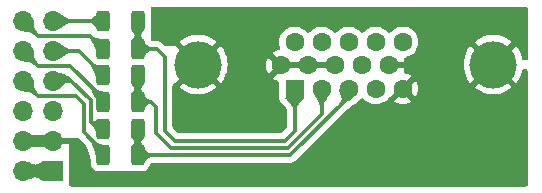
<source format=gbr>
%TF.GenerationSoftware,KiCad,Pcbnew,7.0.10*%
%TF.CreationDate,2024-02-19T15:37:38+07:00*%
%TF.ProjectId,PMOD2VGA,504d4f44-3256-4474-912e-6b696361645f,rev?*%
%TF.SameCoordinates,PX8c6db50PY50d2eb0*%
%TF.FileFunction,Copper,L1,Top*%
%TF.FilePolarity,Positive*%
%FSLAX46Y46*%
G04 Gerber Fmt 4.6, Leading zero omitted, Abs format (unit mm)*
G04 Created by KiCad (PCBNEW 7.0.10) date 2024-02-19 15:37:38*
%MOMM*%
%LPD*%
G01*
G04 APERTURE LIST*
G04 Aperture macros list*
%AMRoundRect*
0 Rectangle with rounded corners*
0 $1 Rounding radius*
0 $2 $3 $4 $5 $6 $7 $8 $9 X,Y pos of 4 corners*
0 Add a 4 corners polygon primitive as box body*
4,1,4,$2,$3,$4,$5,$6,$7,$8,$9,$2,$3,0*
0 Add four circle primitives for the rounded corners*
1,1,$1+$1,$2,$3*
1,1,$1+$1,$4,$5*
1,1,$1+$1,$6,$7*
1,1,$1+$1,$8,$9*
0 Add four rect primitives between the rounded corners*
20,1,$1+$1,$2,$3,$4,$5,0*
20,1,$1+$1,$4,$5,$6,$7,0*
20,1,$1+$1,$6,$7,$8,$9,0*
20,1,$1+$1,$8,$9,$2,$3,0*%
G04 Aperture macros list end*
%TA.AperFunction,SMDPad,CuDef*%
%ADD10RoundRect,0.250000X-0.312500X-0.625000X0.312500X-0.625000X0.312500X0.625000X-0.312500X0.625000X0*%
%TD*%
%TA.AperFunction,ComponentPad*%
%ADD11C,4.000000*%
%TD*%
%TA.AperFunction,ComponentPad*%
%ADD12R,1.600000X1.600000*%
%TD*%
%TA.AperFunction,ComponentPad*%
%ADD13C,1.600000*%
%TD*%
%TA.AperFunction,ComponentPad*%
%ADD14R,1.700000X1.700000*%
%TD*%
%TA.AperFunction,ComponentPad*%
%ADD15O,1.700000X1.700000*%
%TD*%
%TA.AperFunction,ViaPad*%
%ADD16C,1.000000*%
%TD*%
%TA.AperFunction,Conductor*%
%ADD17C,1.000000*%
%TD*%
%TA.AperFunction,Conductor*%
%ADD18C,0.500000*%
%TD*%
%TA.AperFunction,Conductor*%
%ADD19C,0.300000*%
%TD*%
G04 APERTURE END LIST*
D10*
%TO.P,R5,1*%
%TO.N,BLUE_1*%
X10787500Y5420000D03*
%TO.P,R5,2*%
%TO.N,Net-(J2-Pad3)*%
X13712500Y5420000D03*
%TD*%
%TO.P,R3,1*%
%TO.N,GREEN_1*%
X10787500Y9920000D03*
%TO.P,R3,2*%
%TO.N,Net-(J2-Pad2)*%
X13712500Y9920000D03*
%TD*%
%TO.P,R2,1*%
%TO.N,RED_0*%
X10787500Y12170000D03*
%TO.P,R2,2*%
%TO.N,Net-(J2-Pad1)*%
X13712500Y12170000D03*
%TD*%
%TO.P,R4,1*%
%TO.N,GREEN_0*%
X10787500Y7670000D03*
%TO.P,R4,2*%
%TO.N,Net-(J2-Pad2)*%
X13712500Y7670000D03*
%TD*%
D11*
%TO.P,J2,0*%
%TO.N,GND*%
X43815000Y10840000D03*
X18815000Y10840000D03*
D12*
%TO.P,J2,1*%
%TO.N,Net-(J2-Pad1)*%
X27000000Y8790000D03*
D13*
%TO.P,J2,2*%
%TO.N,Net-(J2-Pad2)*%
X29290000Y8790000D03*
%TO.P,J2,3*%
%TO.N,Net-(J2-Pad3)*%
X31580000Y8790000D03*
%TO.P,J2,4*%
%TO.N,unconnected-(J2-Pad4)*%
X33870000Y8790000D03*
%TO.P,J2,5*%
%TO.N,GND*%
X36160000Y8790000D03*
%TO.P,J2,6*%
X25855000Y10770000D03*
%TO.P,J2,7*%
X28145000Y10770000D03*
%TO.P,J2,8*%
X30435000Y10770000D03*
%TO.P,J2,9*%
%TO.N,unconnected-(J2-Pad9)*%
X32725000Y10770000D03*
%TO.P,J2,10*%
%TO.N,GND*%
X35015000Y10770000D03*
%TO.P,J2,11*%
%TO.N,unconnected-(J2-Pad11)*%
X27000000Y12750000D03*
%TO.P,J2,12*%
%TO.N,unconnected-(J2-Pad12)*%
X29290000Y12750000D03*
%TO.P,J2,13*%
%TO.N,Hsync*%
X31580000Y12750000D03*
%TO.P,J2,14*%
%TO.N,Vsync*%
X33870000Y12750000D03*
%TO.P,J2,15*%
%TO.N,unconnected-(J2-Pad15)*%
X36160000Y12750000D03*
%TD*%
D10*
%TO.P,R1,1*%
%TO.N,RED_1*%
X10787500Y14500000D03*
%TO.P,R1,2*%
%TO.N,Net-(J2-Pad1)*%
X13712500Y14500000D03*
%TD*%
D14*
%TO.P,J1,1,Pin_1*%
%TO.N,+3.3V*%
X6540000Y1840000D03*
D15*
%TO.P,J1,2,Pin_2*%
X4000000Y1840000D03*
%TO.P,J1,3,Pin_3*%
%TO.N,GND*%
X6540000Y4380000D03*
%TO.P,J1,4,Pin_4*%
X4000000Y4380000D03*
%TO.P,J1,5,Pin_5*%
%TO.N,Hsync*%
X6540000Y6920000D03*
%TO.P,J1,6,Pin_6*%
%TO.N,Vsync*%
X4000000Y6920000D03*
%TO.P,J1,7,Pin_7*%
%TO.N,BLUE_1*%
X6540000Y9460000D03*
%TO.P,J1,8,Pin_8*%
%TO.N,BLUE_0*%
X4000000Y9460000D03*
%TO.P,J1,9,Pin_9*%
%TO.N,GREEN_1*%
X6540000Y12000000D03*
%TO.P,J1,10,Pin_10*%
%TO.N,GREEN_0*%
X4000000Y12000000D03*
%TO.P,J1,11,Pin_11*%
%TO.N,RED_1*%
X6540000Y14540000D03*
%TO.P,J1,12,Pin_12*%
%TO.N,RED_0*%
X4000000Y14540000D03*
%TD*%
D10*
%TO.P,R6,1*%
%TO.N,BLUE_0*%
X10787500Y3170000D03*
%TO.P,R6,2*%
%TO.N,Net-(J2-Pad3)*%
X13712500Y3170000D03*
%TD*%
D16*
%TO.N,GND*%
X15000000Y1250000D03*
X46000000Y3500000D03*
X29000000Y1250000D03*
X26250000Y1250000D03*
X34750000Y1250000D03*
X21750000Y5750000D03*
X43250000Y1250000D03*
X23250000Y1250000D03*
X23750000Y5750000D03*
X19750000Y5750000D03*
X46000000Y5750000D03*
X17750000Y5750000D03*
X40250000Y1250000D03*
X46000000Y1250000D03*
X20750000Y1250000D03*
X37500000Y1250000D03*
X31750000Y1250000D03*
X25750000Y5750000D03*
X18000000Y1250000D03*
%TD*%
D17*
%TO.N,+3.3V*%
X4000000Y1840000D02*
X6540000Y1840000D01*
D18*
%TO.N,GND*%
X30435000Y10770000D02*
X25855000Y10770000D01*
X35015000Y10770000D02*
X37250000Y10770000D01*
D17*
X4000000Y4380000D02*
X6540000Y4380000D01*
D19*
%TO.N,BLUE_1*%
X10330000Y5420000D02*
X9750000Y6000000D01*
X9750000Y7800000D02*
X8090000Y9460000D01*
X10787500Y5420000D02*
X10330000Y5420000D01*
X8090000Y9460000D02*
X6540000Y9460000D01*
X9750000Y6000000D02*
X9750000Y7800000D01*
%TO.N,BLUE_0*%
X9150000Y7500000D02*
X8450000Y8200000D01*
X9150000Y5100000D02*
X9150000Y7500000D01*
X10787500Y3462500D02*
X9150000Y5100000D01*
X10787500Y3170000D02*
X10787500Y3462500D01*
X8450000Y8200000D02*
X5260000Y8200000D01*
X5260000Y8200000D02*
X4000000Y9460000D01*
%TO.N,GREEN_1*%
X10787500Y9920000D02*
X8707500Y12000000D01*
X8707500Y12000000D02*
X6540000Y12000000D01*
%TO.N,GREEN_0*%
X5250000Y10750000D02*
X8000000Y10750000D01*
X4000000Y12000000D02*
X5250000Y10750000D01*
X10787500Y7962500D02*
X10787500Y7670000D01*
X8000000Y10750000D02*
X10787500Y7962500D01*
%TO.N,RED_1*%
X6540000Y14540000D02*
X10747500Y14540000D01*
X10747500Y14540000D02*
X10787500Y14500000D01*
%TO.N,RED_0*%
X5290000Y13250000D02*
X4000000Y14540000D01*
X9707500Y13250000D02*
X5290000Y13250000D01*
X10787500Y12170000D02*
X9707500Y13250000D01*
%TO.N,Net-(J2-Pad1)*%
X13712500Y12170000D02*
X15330000Y12170000D01*
X16000000Y11500000D02*
X16000000Y5250000D01*
X27000000Y5250000D02*
X27000000Y8790000D01*
X16000000Y5250000D02*
X16850000Y4400000D01*
X13712500Y14500000D02*
X13712500Y12170000D01*
X16850000Y4400000D02*
X26150000Y4400000D01*
X15330000Y12170000D02*
X16000000Y11500000D01*
X26150000Y4400000D02*
X27000000Y5250000D01*
%TO.N,Net-(J2-Pad2)*%
X14830000Y7670000D02*
X13712500Y7670000D01*
X13712500Y9920000D02*
X13712500Y7670000D01*
X29290000Y8790000D02*
X29290000Y6690000D01*
X16500000Y3800000D02*
X15250000Y5050000D01*
X15250000Y5050000D02*
X15250000Y7250000D01*
X26400000Y3800000D02*
X16500000Y3800000D01*
X15250000Y7250000D02*
X14830000Y7670000D01*
X29290000Y6690000D02*
X26400000Y3800000D01*
%TO.N,Net-(J2-Pad3)*%
X26620000Y3170000D02*
X31580000Y8130000D01*
X13712500Y3170000D02*
X26620000Y3170000D01*
X13712500Y5420000D02*
X13712500Y3170000D01*
X31580000Y8130000D02*
X31580000Y8790000D01*
%TD*%
%TA.AperFunction,Conductor*%
%TO.N,GREEN_1*%
G36*
X9941137Y10981664D02*
G01*
X10010772Y10940260D01*
X10010773Y10940260D01*
X10010786Y10940252D01*
X10088254Y10900174D01*
X10165721Y10866082D01*
X10165726Y10866080D01*
X10165734Y10866077D01*
X10212491Y10849112D01*
X10243189Y10837973D01*
X10281981Y10826895D01*
X10320648Y10815852D01*
X10320655Y10815851D01*
X10320657Y10815850D01*
X10398124Y10799711D01*
X10475592Y10789556D01*
X10553059Y10785386D01*
X10627209Y10787124D01*
X10630529Y10787201D01*
X10646729Y10788833D01*
X10696249Y10793818D01*
X10704823Y10791237D01*
X10709061Y10783349D01*
X10709071Y10783244D01*
X10787419Y9927886D01*
X10784761Y9919335D01*
X10780229Y9916003D01*
X10236232Y9691638D01*
X10227277Y9691651D01*
X10220955Y9697993D01*
X10220803Y9698380D01*
X10174618Y9823567D01*
X10174616Y9823572D01*
X10174598Y9823621D01*
X10143237Y9904773D01*
X10124237Y9953941D01*
X10073856Y10078127D01*
X10073848Y10078147D01*
X10023482Y10196108D01*
X9973087Y10307950D01*
X9922719Y10413547D01*
X9922712Y10413561D01*
X9872330Y10512997D01*
X9821949Y10606246D01*
X9771568Y10693308D01*
X9726099Y10766295D01*
X9724634Y10775128D01*
X9727756Y10780751D01*
X9926886Y10979881D01*
X9935158Y10983307D01*
X9941137Y10981664D01*
G37*
%TD.AperFunction*%
%TD*%
%TA.AperFunction,Conductor*%
%TO.N,Net-(J2-Pad2)*%
G36*
X14282871Y8221531D02*
G01*
X14283226Y8221158D01*
X14341636Y8156941D01*
X14408273Y8089750D01*
X14474910Y8028630D01*
X14522507Y7989309D01*
X14541549Y7973578D01*
X14608177Y7924606D01*
X14608184Y7924601D01*
X14674821Y7881693D01*
X14674829Y7881688D01*
X14741462Y7844852D01*
X14741473Y7844846D01*
X14808084Y7814091D01*
X14808095Y7814087D01*
X14874732Y7789389D01*
X14922094Y7776150D01*
X14929138Y7770624D01*
X14930211Y7761733D01*
X14927216Y7756610D01*
X14730510Y7559904D01*
X14727646Y7557802D01*
X14683815Y7534950D01*
X14638387Y7506450D01*
X14638386Y7506449D01*
X14592968Y7473145D01*
X14547532Y7435010D01*
X14502125Y7392088D01*
X14502118Y7392080D01*
X14456698Y7344333D01*
X14411260Y7291751D01*
X14365852Y7234392D01*
X14320416Y7172183D01*
X14282961Y7116932D01*
X14275483Y7112007D01*
X14266712Y7113813D01*
X14264987Y7115241D01*
X13720059Y7662407D01*
X13716649Y7670687D01*
X13720092Y7678952D01*
X14266326Y8221586D01*
X14274610Y8224985D01*
X14282871Y8221531D01*
G37*
%TD.AperFunction*%
%TD*%
%TA.AperFunction,Conductor*%
%TO.N,BLUE_0*%
G36*
X4782942Y9780602D02*
G01*
X4789267Y9774263D01*
X4789456Y9773774D01*
X4855705Y9590471D01*
X4856033Y9589408D01*
X4899419Y9420717D01*
X4899624Y9419757D01*
X4924774Y9271275D01*
X4924861Y9270665D01*
X4940318Y9136975D01*
X4940318Y9136971D01*
X4954600Y9013083D01*
X4976254Y8894105D01*
X4976254Y8894104D01*
X5013853Y8774891D01*
X5075986Y8650242D01*
X5171211Y8515016D01*
X5171216Y8515010D01*
X5171222Y8515002D01*
X5233653Y8446146D01*
X5300663Y8372239D01*
X5303681Y8363808D01*
X5300268Y8356107D01*
X5103893Y8159732D01*
X5095620Y8156305D01*
X5087761Y8159337D01*
X5070295Y8175173D01*
X4944998Y8288778D01*
X4944990Y8288784D01*
X4944984Y8288789D01*
X4809758Y8384014D01*
X4685109Y8446147D01*
X4565895Y8483746D01*
X4446917Y8505400D01*
X4323028Y8519682D01*
X4323026Y8519683D01*
X4323025Y8519682D01*
X4189335Y8535139D01*
X4188725Y8535226D01*
X4040243Y8560376D01*
X4039283Y8560581D01*
X3870592Y8603967D01*
X3869529Y8604295D01*
X3686226Y8670544D01*
X3679610Y8676578D01*
X3679200Y8685524D01*
X3679377Y8685984D01*
X3997438Y9456217D01*
X4003759Y9462552D01*
X4773988Y9780611D01*
X4782942Y9780602D01*
G37*
%TD.AperFunction*%
%TD*%
%TA.AperFunction,Conductor*%
%TO.N,BLUE_0*%
G36*
X10006740Y4456739D02*
G01*
X10081907Y4393913D01*
X10081921Y4393902D01*
X10081926Y4393898D01*
X10165322Y4330381D01*
X10248718Y4273052D01*
X10332113Y4221911D01*
X10415509Y4176957D01*
X10498905Y4138191D01*
X10582300Y4105612D01*
X10665696Y4079221D01*
X10749092Y4059017D01*
X10749103Y4059016D01*
X10749118Y4059012D01*
X10796653Y4051023D01*
X10822215Y4046727D01*
X10829806Y4041977D01*
X10831961Y4034598D01*
X10788610Y3177281D01*
X10784770Y3169192D01*
X10780618Y3166770D01*
X10236613Y2985828D01*
X10227681Y2986469D01*
X10221818Y2993237D01*
X10221670Y2993718D01*
X10181139Y3136760D01*
X10169180Y3177281D01*
X10137299Y3285300D01*
X10137279Y3285366D01*
X10093419Y3427785D01*
X10049559Y3564017D01*
X10005699Y3694061D01*
X9961839Y3817918D01*
X9917979Y3935587D01*
X9874119Y4047069D01*
X9836162Y4138191D01*
X9830265Y4152349D01*
X9819375Y4176955D01*
X9789644Y4244135D01*
X9789430Y4253086D01*
X9792069Y4257140D01*
X9990965Y4456036D01*
X9999237Y4459462D01*
X10006740Y4456739D01*
G37*
%TD.AperFunction*%
%TD*%
%TA.AperFunction,Conductor*%
%TO.N,RED_0*%
G36*
X9941137Y13231664D02*
G01*
X10010772Y13190260D01*
X10010773Y13190260D01*
X10010786Y13190252D01*
X10088254Y13150174D01*
X10165721Y13116082D01*
X10165726Y13116080D01*
X10165734Y13116077D01*
X10212491Y13099112D01*
X10243189Y13087973D01*
X10281981Y13076895D01*
X10320648Y13065852D01*
X10320655Y13065851D01*
X10320657Y13065850D01*
X10398124Y13049711D01*
X10475592Y13039556D01*
X10553059Y13035386D01*
X10627209Y13037124D01*
X10630529Y13037201D01*
X10646729Y13038833D01*
X10696249Y13043818D01*
X10704823Y13041237D01*
X10709061Y13033349D01*
X10709071Y13033244D01*
X10787419Y12177886D01*
X10784761Y12169335D01*
X10780229Y12166003D01*
X10236232Y11941638D01*
X10227277Y11941651D01*
X10220955Y11947993D01*
X10220803Y11948380D01*
X10174618Y12073567D01*
X10174616Y12073572D01*
X10174598Y12073621D01*
X10143237Y12154773D01*
X10124237Y12203941D01*
X10073856Y12328127D01*
X10073848Y12328147D01*
X10023482Y12446108D01*
X9973087Y12557950D01*
X9922719Y12663547D01*
X9922712Y12663561D01*
X9872330Y12762997D01*
X9821949Y12856246D01*
X9771568Y12943308D01*
X9726099Y13016295D01*
X9724634Y13025128D01*
X9727756Y13030751D01*
X9926886Y13229881D01*
X9935158Y13233307D01*
X9941137Y13231664D01*
G37*
%TD.AperFunction*%
%TD*%
%TA.AperFunction,Conductor*%
%TO.N,+3.3V*%
G36*
X4336073Y2620835D02*
G01*
X4502420Y2552029D01*
X4649909Y2492468D01*
X4775559Y2445202D01*
X4887185Y2408819D01*
X4992589Y2381911D01*
X4992587Y2381911D01*
X4992594Y2381910D01*
X4992601Y2381908D01*
X5099619Y2363056D01*
X5216055Y2350851D01*
X5349721Y2343882D01*
X5508431Y2340735D01*
X5688345Y2340045D01*
X5696605Y2336586D01*
X5700000Y2328345D01*
X5700000Y1351656D01*
X5696573Y1343383D01*
X5688345Y1339956D01*
X5508444Y1339267D01*
X5349707Y1336120D01*
X5216064Y1329151D01*
X5216045Y1329150D01*
X5099634Y1316948D01*
X5099627Y1316947D01*
X5099624Y1316947D01*
X5099619Y1316946D01*
X5036983Y1305913D01*
X4992588Y1298092D01*
X4887190Y1271184D01*
X4887185Y1271183D01*
X4775565Y1234803D01*
X4649914Y1187536D01*
X4502439Y1127980D01*
X4336075Y1059167D01*
X4327120Y1059172D01*
X4320799Y1065489D01*
X4000864Y1835512D01*
X4000856Y1844466D01*
X4000865Y1844489D01*
X4320799Y2614513D01*
X4327137Y2620836D01*
X4336073Y2620835D01*
G37*
%TD.AperFunction*%
%TD*%
%TA.AperFunction,Conductor*%
%TO.N,GREEN_1*%
G36*
X6875879Y12780314D02*
G01*
X6876352Y12780106D01*
X7052830Y12697327D01*
X7053799Y12696815D01*
X7203778Y12608201D01*
X7204586Y12607677D01*
X7327364Y12520465D01*
X7327857Y12520095D01*
X7433319Y12436493D01*
X7433318Y12436493D01*
X7433322Y12436491D01*
X7531005Y12359000D01*
X7531017Y12358992D01*
X7531025Y12358985D01*
X7630460Y12290171D01*
X7741350Y12232458D01*
X7873419Y12188253D01*
X8036394Y12159965D01*
X8228872Y12150545D01*
X8236968Y12146718D01*
X8240000Y12138859D01*
X8240000Y11861142D01*
X8236573Y11852869D01*
X8228872Y11849456D01*
X8051414Y11840772D01*
X8036394Y11840036D01*
X7873419Y11811748D01*
X7806975Y11789509D01*
X7741352Y11767544D01*
X7630458Y11709829D01*
X7531023Y11641015D01*
X7531005Y11641002D01*
X7433322Y11563512D01*
X7433319Y11563509D01*
X7327857Y11479907D01*
X7327364Y11479537D01*
X7204593Y11392330D01*
X7203770Y11391796D01*
X7053806Y11303191D01*
X7052823Y11302671D01*
X6876359Y11219899D01*
X6867413Y11219489D01*
X6860797Y11225523D01*
X6860594Y11225981D01*
X6540864Y11995512D01*
X6540856Y12004466D01*
X6540865Y12004489D01*
X6605463Y12159965D01*
X6860586Y12774000D01*
X6866924Y12780323D01*
X6875879Y12780314D01*
G37*
%TD.AperFunction*%
%TD*%
%TA.AperFunction,Conductor*%
%TO.N,Net-(J2-Pad1)*%
G36*
X13719538Y14490898D02*
G01*
X13721846Y14488590D01*
X14250195Y13786997D01*
X14252435Y13778327D01*
X14249578Y13772168D01*
X14216622Y13735245D01*
X14177271Y13685022D01*
X14177267Y13685016D01*
X14137945Y13628702D01*
X14137934Y13628686D01*
X14137928Y13628676D01*
X14098581Y13566192D01*
X14098576Y13566183D01*
X14059230Y13497568D01*
X14019886Y13422824D01*
X13980549Y13341963D01*
X13941191Y13254923D01*
X13901846Y13161779D01*
X13865428Y13069889D01*
X13859194Y13063461D01*
X13854551Y13062500D01*
X13570449Y13062500D01*
X13562176Y13065927D01*
X13559572Y13069889D01*
X13523153Y13161779D01*
X13514300Y13182737D01*
X13483805Y13254929D01*
X13444458Y13341944D01*
X13405111Y13422826D01*
X13365765Y13497575D01*
X13326418Y13566192D01*
X13287071Y13628676D01*
X13247724Y13685026D01*
X13208377Y13735244D01*
X13175420Y13772169D01*
X13172469Y13780622D01*
X13174803Y13786996D01*
X13703154Y14488591D01*
X13710868Y14493138D01*
X13719538Y14490898D01*
G37*
%TD.AperFunction*%
%TD*%
%TA.AperFunction,Conductor*%
%TO.N,BLUE_1*%
G36*
X7073686Y10162807D02*
G01*
X7143920Y10137289D01*
X7249595Y10098893D01*
X7399797Y10046921D01*
X7530889Y10000325D01*
X7531272Y10000180D01*
X7649862Y9952416D01*
X7650641Y9952068D01*
X7763632Y9896521D01*
X7764559Y9896011D01*
X7878980Y9825988D01*
X7879845Y9825404D01*
X8002667Y9734153D01*
X8003335Y9733617D01*
X8141408Y9614412D01*
X8141863Y9613998D01*
X8293525Y9468270D01*
X8297117Y9460067D01*
X8293856Y9451728D01*
X8293692Y9451561D01*
X8097412Y9255281D01*
X8089139Y9251854D01*
X8081820Y9254426D01*
X7956400Y9354978D01*
X7956396Y9354980D01*
X7839012Y9396679D01*
X7732685Y9383797D01*
X7632261Y9327157D01*
X7532601Y9237591D01*
X7532600Y9237590D01*
X7428539Y9125916D01*
X7368031Y9060435D01*
X7315164Y9003221D01*
X7314681Y9002728D01*
X7187095Y8880023D01*
X7186081Y8879154D01*
X7039218Y8767118D01*
X7037603Y8766083D01*
X6876642Y8680727D01*
X6867728Y8679879D01*
X6860824Y8685583D01*
X6860354Y8686582D01*
X6825417Y8770818D01*
X6541152Y9456223D01*
X6541149Y9465175D01*
X6860867Y10234676D01*
X6867205Y10240999D01*
X6875977Y10241064D01*
X7073686Y10162807D01*
G37*
%TD.AperFunction*%
%TD*%
%TA.AperFunction,Conductor*%
%TO.N,RED_0*%
G36*
X4782942Y14860602D02*
G01*
X4789267Y14854263D01*
X4789456Y14853774D01*
X4855705Y14670471D01*
X4856033Y14669408D01*
X4899419Y14500717D01*
X4899624Y14499757D01*
X4924774Y14351275D01*
X4924861Y14350665D01*
X4940318Y14216975D01*
X4940318Y14216971D01*
X4954600Y14093083D01*
X4976254Y13974105D01*
X4976254Y13974104D01*
X5013853Y13854891D01*
X5075986Y13730242D01*
X5171211Y13595016D01*
X5171216Y13595010D01*
X5171222Y13595002D01*
X5233653Y13526146D01*
X5300663Y13452239D01*
X5303681Y13443808D01*
X5300268Y13436107D01*
X5103893Y13239732D01*
X5095620Y13236305D01*
X5087761Y13239337D01*
X5070295Y13255173D01*
X4944998Y13368778D01*
X4944990Y13368784D01*
X4944984Y13368789D01*
X4809758Y13464014D01*
X4685109Y13526147D01*
X4565895Y13563746D01*
X4446917Y13585400D01*
X4323028Y13599682D01*
X4323026Y13599683D01*
X4323025Y13599682D01*
X4189335Y13615139D01*
X4188725Y13615226D01*
X4040243Y13640376D01*
X4039283Y13640581D01*
X3870592Y13683967D01*
X3869529Y13684295D01*
X3686226Y13750544D01*
X3679610Y13756578D01*
X3679200Y13765524D01*
X3679377Y13765984D01*
X3997438Y14536217D01*
X4003759Y14542552D01*
X4773988Y14860611D01*
X4782942Y14860602D01*
G37*
%TD.AperFunction*%
%TD*%
%TA.AperFunction,Conductor*%
%TO.N,Net-(J2-Pad1)*%
G36*
X14282668Y12723625D02*
G01*
X14283215Y12723037D01*
X14331250Y12667709D01*
X14331253Y12667706D01*
X14387488Y12608160D01*
X14387492Y12608156D01*
X14387500Y12608148D01*
X14443750Y12553820D01*
X14500000Y12504722D01*
X14556250Y12460856D01*
X14556255Y12460853D01*
X14556261Y12460848D01*
X14612486Y12422231D01*
X14612492Y12422228D01*
X14612500Y12422222D01*
X14668750Y12388820D01*
X14668754Y12388818D01*
X14668768Y12388810D01*
X14724988Y12360654D01*
X14725000Y12360648D01*
X14781250Y12337709D01*
X14829313Y12322578D01*
X14836176Y12316825D01*
X14837500Y12311418D01*
X14837500Y12028583D01*
X14834073Y12020310D01*
X14829313Y12017423D01*
X14781253Y12002294D01*
X14725008Y11979357D01*
X14724988Y11979348D01*
X14668768Y11951192D01*
X14668754Y11951184D01*
X14612486Y11917771D01*
X14556261Y11879153D01*
X14556248Y11879143D01*
X14500005Y11835284D01*
X14443752Y11786184D01*
X14387492Y11731846D01*
X14387488Y11731842D01*
X14331253Y11672296D01*
X14283223Y11616972D01*
X14275212Y11612971D01*
X14266718Y11615807D01*
X14266122Y11616362D01*
X13964169Y11917779D01*
X13719793Y12161722D01*
X13716360Y12169990D01*
X13719779Y12178265D01*
X14266124Y12723640D01*
X14274398Y12727059D01*
X14282668Y12723625D01*
G37*
%TD.AperFunction*%
%TD*%
%TA.AperFunction,Conductor*%
%TO.N,Net-(J2-Pad2)*%
G36*
X13862824Y9104073D02*
G01*
X13865428Y9100111D01*
X13901846Y9008223D01*
X13941191Y8915079D01*
X13980549Y8828039D01*
X14019886Y8747178D01*
X14059230Y8672433D01*
X14059235Y8672425D01*
X14098581Y8603809D01*
X14137928Y8541325D01*
X14137940Y8541307D01*
X14137945Y8541300D01*
X14177267Y8484986D01*
X14177271Y8484980D01*
X14216622Y8434757D01*
X14249578Y8397833D01*
X14252530Y8389379D01*
X14250195Y8383004D01*
X13721846Y7681411D01*
X13714132Y7676863D01*
X13705462Y7679103D01*
X13703154Y7681411D01*
X13174804Y8383004D01*
X13172564Y8391674D01*
X13175419Y8397831D01*
X13208377Y8434757D01*
X13247724Y8484975D01*
X13287071Y8541325D01*
X13326418Y8603809D01*
X13365765Y8672425D01*
X13405111Y8747175D01*
X13444458Y8828057D01*
X13483805Y8915072D01*
X13523152Y9008220D01*
X13559571Y9100112D01*
X13565805Y9106539D01*
X13570448Y9107500D01*
X13854551Y9107500D01*
X13862824Y9104073D01*
G37*
%TD.AperFunction*%
%TD*%
%TA.AperFunction,Conductor*%
%TO.N,Net-(J2-Pad3)*%
G36*
X31584122Y8787283D02*
G01*
X32137213Y8232808D01*
X32140630Y8224531D01*
X32137193Y8216263D01*
X32136984Y8216059D01*
X32003715Y8089594D01*
X32003189Y8089125D01*
X31880224Y7985770D01*
X31879625Y7985298D01*
X31770659Y7905214D01*
X31770094Y7904824D01*
X31670361Y7840182D01*
X31670005Y7839960D01*
X31574646Y7782896D01*
X31479105Y7725726D01*
X31378924Y7660793D01*
X31378912Y7660785D01*
X31378907Y7660781D01*
X31269367Y7580276D01*
X31269351Y7580263D01*
X31145847Y7476456D01*
X31145816Y7476428D01*
X31011875Y7349322D01*
X31003515Y7346113D01*
X30995548Y7349536D01*
X30799118Y7545966D01*
X30795691Y7554239D01*
X30798489Y7561830D01*
X30897381Y7677763D01*
X30958147Y7790710D01*
X30981779Y7896608D01*
X30977048Y7985298D01*
X30976285Y7999611D01*
X30976284Y7999614D01*
X30976284Y7999619D01*
X30949668Y8103902D01*
X30909938Y8213618D01*
X30902725Y8232809D01*
X30898133Y8245027D01*
X30865202Y8332650D01*
X30865012Y8333200D01*
X30823337Y8465418D01*
X30823037Y8466578D01*
X30792280Y8616196D01*
X30792070Y8617726D01*
X30780876Y8777495D01*
X30783716Y8785987D01*
X30791729Y8789983D01*
X30792510Y8790012D01*
X31575846Y8790703D01*
X31584122Y8787283D01*
G37*
%TD.AperFunction*%
%TD*%
%TA.AperFunction,Conductor*%
%TO.N,GREEN_0*%
G36*
X10006740Y8956739D02*
G01*
X10081907Y8893913D01*
X10081921Y8893902D01*
X10081926Y8893898D01*
X10165322Y8830381D01*
X10248718Y8773052D01*
X10332113Y8721911D01*
X10415509Y8676957D01*
X10498905Y8638191D01*
X10582300Y8605612D01*
X10665696Y8579221D01*
X10749092Y8559017D01*
X10749103Y8559016D01*
X10749118Y8559012D01*
X10796653Y8551023D01*
X10822215Y8546727D01*
X10829806Y8541977D01*
X10831961Y8534598D01*
X10788610Y7677281D01*
X10784770Y7669192D01*
X10780618Y7666770D01*
X10236613Y7485828D01*
X10227681Y7486469D01*
X10221818Y7493237D01*
X10221670Y7493718D01*
X10200943Y7566868D01*
X10200500Y7570058D01*
X10200500Y7774047D01*
X10200574Y7775357D01*
X10205270Y7817029D01*
X10205269Y7817032D01*
X10205270Y7817035D01*
X10194245Y7875299D01*
X10194176Y7875712D01*
X10185348Y7934285D01*
X10185348Y7934287D01*
X10182288Y7940642D01*
X10181335Y7943539D01*
X10180024Y7950471D01*
X10152303Y8002921D01*
X10152140Y8003245D01*
X10129851Y8049528D01*
X10126427Y8056639D01*
X10126425Y8056642D01*
X10121625Y8061816D01*
X10119862Y8064301D01*
X10116566Y8070537D01*
X10074678Y8112425D01*
X10074374Y8112740D01*
X10034054Y8156195D01*
X10034052Y8156196D01*
X10027945Y8159722D01*
X10025522Y8161581D01*
X10014077Y8173026D01*
X10011264Y8177560D01*
X10005706Y8194039D01*
X10005699Y8194061D01*
X9961839Y8317918D01*
X9917979Y8435587D01*
X9874119Y8547069D01*
X9836162Y8638191D01*
X9830265Y8652349D01*
X9819375Y8676955D01*
X9789644Y8744135D01*
X9789430Y8753086D01*
X9792069Y8757140D01*
X9990965Y8956036D01*
X9999237Y8959462D01*
X10006740Y8956739D01*
G37*
%TD.AperFunction*%
%TD*%
%TA.AperFunction,Conductor*%
%TO.N,GREEN_0*%
G36*
X4782942Y12320602D02*
G01*
X4789267Y12314263D01*
X4789456Y12313774D01*
X4855705Y12130471D01*
X4856033Y12129408D01*
X4899419Y11960717D01*
X4899624Y11959757D01*
X4924774Y11811275D01*
X4924861Y11810665D01*
X4940318Y11676975D01*
X4940318Y11676971D01*
X4954600Y11553083D01*
X4976254Y11434105D01*
X4976254Y11434104D01*
X5013853Y11314891D01*
X5075986Y11190242D01*
X5171211Y11055016D01*
X5171216Y11055010D01*
X5171222Y11055002D01*
X5233653Y10986146D01*
X5300663Y10912239D01*
X5303681Y10903808D01*
X5300268Y10896107D01*
X5103893Y10699732D01*
X5095620Y10696305D01*
X5087761Y10699337D01*
X5070295Y10715173D01*
X4944998Y10828778D01*
X4944990Y10828784D01*
X4944984Y10828789D01*
X4809758Y10924014D01*
X4685109Y10986147D01*
X4565895Y11023746D01*
X4446917Y11045400D01*
X4323028Y11059682D01*
X4323026Y11059683D01*
X4323025Y11059682D01*
X4189335Y11075139D01*
X4188725Y11075226D01*
X4040243Y11100376D01*
X4039283Y11100581D01*
X3870592Y11143967D01*
X3869529Y11144295D01*
X3686226Y11210544D01*
X3679610Y11216578D01*
X3679200Y11225524D01*
X3679377Y11225984D01*
X3997438Y11996217D01*
X4003759Y12002552D01*
X4773988Y12320611D01*
X4782942Y12320602D01*
G37*
%TD.AperFunction*%
%TD*%
%TA.AperFunction,Conductor*%
%TO.N,+3.3V*%
G36*
X5696891Y2683117D02*
G01*
X6532712Y1848278D01*
X6536144Y1840007D01*
X6532722Y1831732D01*
X6532712Y1831722D01*
X5696891Y996884D01*
X5688616Y993462D01*
X5681981Y995531D01*
X5605000Y1048626D01*
X5520000Y1102001D01*
X5519979Y1102014D01*
X5435033Y1150109D01*
X5434977Y1150139D01*
X5350025Y1192989D01*
X5349996Y1193003D01*
X5333697Y1200217D01*
X5265000Y1230625D01*
X5179999Y1263000D01*
X5179992Y1263002D01*
X5179987Y1263004D01*
X5095024Y1290117D01*
X5094999Y1290125D01*
X5075858Y1295051D01*
X5010011Y1311998D01*
X5009999Y1312000D01*
X4925013Y1328623D01*
X4925001Y1328625D01*
X4924999Y1328625D01*
X4850148Y1338642D01*
X4842403Y1343136D01*
X4840000Y1350239D01*
X4840000Y2329762D01*
X4843427Y2338035D01*
X4850145Y2341358D01*
X4924999Y2351376D01*
X5009999Y2368001D01*
X5094999Y2389876D01*
X5179999Y2417001D01*
X5265000Y2449375D01*
X5350000Y2487000D01*
X5392025Y2508199D01*
X5434977Y2529863D01*
X5434989Y2529870D01*
X5435000Y2529875D01*
X5435010Y2529881D01*
X5435033Y2529893D01*
X5519979Y2577988D01*
X5519981Y2577990D01*
X5520000Y2578000D01*
X5605000Y2631375D01*
X5681983Y2684471D01*
X5690736Y2686347D01*
X5696891Y2683117D01*
G37*
%TD.AperFunction*%
%TD*%
%TA.AperFunction,Conductor*%
%TO.N,Net-(J2-Pad2)*%
G36*
X29954625Y8514804D02*
G01*
X30017818Y8488543D01*
X30024143Y8482204D01*
X30024132Y8473249D01*
X30023926Y8472783D01*
X29946737Y8307728D01*
X29946234Y8306769D01*
X29863620Y8165762D01*
X29863105Y8164961D01*
X29782066Y8049360D01*
X29781715Y8048885D01*
X29704228Y7949439D01*
X29704229Y7949438D01*
X29632544Y7857221D01*
X29569019Y7763375D01*
X29515833Y7658827D01*
X29475152Y7534476D01*
X29475150Y7534468D01*
X29449150Y7381231D01*
X29440533Y7201141D01*
X29436714Y7193041D01*
X29428846Y7190000D01*
X29151154Y7190000D01*
X29142881Y7193427D01*
X29139467Y7201141D01*
X29138256Y7226440D01*
X29130849Y7381228D01*
X29104847Y7534474D01*
X29064165Y7658828D01*
X29010977Y7763379D01*
X28947455Y7857218D01*
X28875773Y7949433D01*
X28875769Y7949439D01*
X28798282Y8048885D01*
X28797931Y8049360D01*
X28716892Y8164961D01*
X28716377Y8165763D01*
X28633764Y8306770D01*
X28633261Y8307728D01*
X28556073Y8472783D01*
X28555672Y8481729D01*
X28561715Y8488337D01*
X28562168Y8488538D01*
X29285512Y8789136D01*
X29294461Y8789146D01*
X29954625Y8514804D01*
G37*
%TD.AperFunction*%
%TD*%
%TA.AperFunction,Conductor*%
%TO.N,BLUE_1*%
G36*
X10378051Y6260415D02*
G01*
X10380037Y6257532D01*
X10783525Y5428907D01*
X10784066Y5419969D01*
X10779052Y5413768D01*
X10235880Y5085909D01*
X10227026Y5084568D01*
X10219817Y5089880D01*
X10219358Y5090716D01*
X10174618Y5180919D01*
X10124237Y5276309D01*
X10124229Y5276325D01*
X10100123Y5319005D01*
X10073856Y5365512D01*
X10023474Y5448527D01*
X9973093Y5525355D01*
X9922712Y5595995D01*
X9922705Y5596004D01*
X9922700Y5596011D01*
X9872346Y5660429D01*
X9872333Y5660445D01*
X9821936Y5718728D01*
X9771582Y5770777D01*
X9771578Y5770781D01*
X9771568Y5770791D01*
X9730249Y5808427D01*
X9726441Y5816532D01*
X9729478Y5824956D01*
X9729832Y5825327D01*
X9930671Y6026166D01*
X9937013Y6029430D01*
X9977296Y6036155D01*
X10021273Y6047265D01*
X10065250Y6062143D01*
X10109227Y6080790D01*
X10153204Y6103204D01*
X10197181Y6129387D01*
X10241158Y6159339D01*
X10285135Y6193058D01*
X10329112Y6230546D01*
X10361515Y6260945D01*
X10369891Y6264104D01*
X10378051Y6260415D01*
G37*
%TD.AperFunction*%
%TD*%
%TA.AperFunction,Conductor*%
%TO.N,RED_1*%
G36*
X10233133Y15074421D02*
G01*
X10233705Y15073869D01*
X10589219Y14706132D01*
X10780353Y14508427D01*
X10783639Y14500097D01*
X10780073Y14491883D01*
X10780058Y14491869D01*
X10234038Y13965871D01*
X10225703Y13962599D01*
X10217495Y13966180D01*
X10216947Y13966790D01*
X10168748Y14024405D01*
X10112506Y14086312D01*
X10084456Y14114531D01*
X10056250Y14142908D01*
X10056238Y14142919D01*
X10056232Y14142925D01*
X10000023Y14194157D01*
X10000008Y14194169D01*
X10000000Y14194177D01*
X9943750Y14240122D01*
X9940948Y14242146D01*
X9887507Y14280740D01*
X9831259Y14316038D01*
X9831232Y14316053D01*
X9775018Y14346010D01*
X9775006Y14346016D01*
X9718745Y14370673D01*
X9670398Y14387287D01*
X9663687Y14393217D01*
X9662500Y14398352D01*
X9662500Y14681184D01*
X9665927Y14689457D01*
X9670973Y14692431D01*
X9718750Y14706132D01*
X9718760Y14706137D01*
X9718764Y14706137D01*
X9738669Y14713667D01*
X9775000Y14727408D01*
X9831250Y14753831D01*
X9887500Y14785400D01*
X9943750Y14822114D01*
X10000000Y14863974D01*
X10056250Y14910980D01*
X10112500Y14963132D01*
X10168750Y15020430D01*
X10216610Y15073560D01*
X10224692Y15077412D01*
X10233133Y15074421D01*
G37*
%TD.AperFunction*%
%TD*%
%TA.AperFunction,Conductor*%
%TO.N,Net-(J2-Pad3)*%
G36*
X13719538Y5410898D02*
G01*
X13721846Y5408590D01*
X14250195Y4706997D01*
X14252435Y4698327D01*
X14249578Y4692168D01*
X14216622Y4655245D01*
X14177271Y4605022D01*
X14177267Y4605016D01*
X14137945Y4548702D01*
X14137934Y4548686D01*
X14137928Y4548676D01*
X14098581Y4486192D01*
X14098576Y4486183D01*
X14059230Y4417568D01*
X14019886Y4342824D01*
X13980549Y4261963D01*
X13941191Y4174923D01*
X13901846Y4081779D01*
X13865428Y3989889D01*
X13859194Y3983461D01*
X13854551Y3982500D01*
X13570449Y3982500D01*
X13562176Y3985927D01*
X13559572Y3989889D01*
X13523153Y4081779D01*
X13514300Y4102737D01*
X13483805Y4174929D01*
X13444458Y4261944D01*
X13405111Y4342826D01*
X13365765Y4417575D01*
X13326418Y4486192D01*
X13287071Y4548676D01*
X13247724Y4605026D01*
X13208377Y4655244D01*
X13175420Y4692169D01*
X13172469Y4700622D01*
X13174803Y4706996D01*
X13703154Y5408591D01*
X13710868Y5413138D01*
X13719538Y5410898D01*
G37*
%TD.AperFunction*%
%TD*%
%TA.AperFunction,Conductor*%
%TO.N,Net-(J2-Pad3)*%
G36*
X13862824Y4604073D02*
G01*
X13865428Y4600111D01*
X13901846Y4508223D01*
X13941191Y4415079D01*
X13980549Y4328039D01*
X14019886Y4247178D01*
X14059230Y4172433D01*
X14059235Y4172425D01*
X14098581Y4103809D01*
X14137928Y4041325D01*
X14137940Y4041307D01*
X14137945Y4041300D01*
X14177267Y3984986D01*
X14177271Y3984980D01*
X14216622Y3934757D01*
X14249578Y3897833D01*
X14252530Y3889379D01*
X14250195Y3883004D01*
X13721846Y3181411D01*
X13714132Y3176863D01*
X13705462Y3179103D01*
X13703154Y3181411D01*
X13174804Y3883004D01*
X13172564Y3891674D01*
X13175419Y3897831D01*
X13208377Y3934757D01*
X13247724Y3984975D01*
X13287071Y4041325D01*
X13326418Y4103809D01*
X13365765Y4172425D01*
X13405111Y4247175D01*
X13444458Y4328057D01*
X13483805Y4415072D01*
X13523152Y4508220D01*
X13559571Y4600112D01*
X13565805Y4606539D01*
X13570448Y4607500D01*
X13854551Y4607500D01*
X13862824Y4604073D01*
G37*
%TD.AperFunction*%
%TD*%
%TA.AperFunction,Conductor*%
%TO.N,RED_1*%
G36*
X6875879Y15320314D02*
G01*
X6876352Y15320106D01*
X7052830Y15237327D01*
X7053799Y15236815D01*
X7203778Y15148201D01*
X7204586Y15147677D01*
X7327364Y15060465D01*
X7327857Y15060095D01*
X7433319Y14976493D01*
X7433318Y14976493D01*
X7433322Y14976491D01*
X7531005Y14899000D01*
X7531017Y14898992D01*
X7531025Y14898985D01*
X7630460Y14830171D01*
X7741350Y14772458D01*
X7873419Y14728253D01*
X8036394Y14699965D01*
X8228872Y14690545D01*
X8236968Y14686718D01*
X8240000Y14678859D01*
X8240000Y14401142D01*
X8236573Y14392869D01*
X8228872Y14389456D01*
X8051414Y14380772D01*
X8036394Y14380036D01*
X7873419Y14351748D01*
X7806975Y14329509D01*
X7741352Y14307544D01*
X7630458Y14249829D01*
X7531023Y14181015D01*
X7531005Y14181002D01*
X7433322Y14103512D01*
X7433319Y14103509D01*
X7327857Y14019907D01*
X7327364Y14019537D01*
X7204593Y13932330D01*
X7203770Y13931796D01*
X7053806Y13843191D01*
X7052823Y13842671D01*
X6876359Y13759899D01*
X6867413Y13759489D01*
X6860797Y13765523D01*
X6860594Y13765981D01*
X6540864Y14535512D01*
X6540856Y14544466D01*
X6540865Y14544489D01*
X6605463Y14699965D01*
X6860586Y15314000D01*
X6866924Y15320323D01*
X6875879Y15320314D01*
G37*
%TD.AperFunction*%
%TD*%
%TA.AperFunction,Conductor*%
%TO.N,Net-(J2-Pad1)*%
G36*
X13862824Y13604073D02*
G01*
X13865428Y13600111D01*
X13901846Y13508223D01*
X13941191Y13415079D01*
X13980549Y13328039D01*
X14019886Y13247178D01*
X14059230Y13172433D01*
X14059235Y13172425D01*
X14098581Y13103809D01*
X14137928Y13041325D01*
X14137940Y13041307D01*
X14137945Y13041300D01*
X14177267Y12984986D01*
X14177271Y12984980D01*
X14216622Y12934757D01*
X14249578Y12897833D01*
X14252530Y12889379D01*
X14250195Y12883004D01*
X13721846Y12181411D01*
X13714132Y12176863D01*
X13705462Y12179103D01*
X13703154Y12181411D01*
X13174804Y12883004D01*
X13172564Y12891674D01*
X13175419Y12897831D01*
X13208377Y12934757D01*
X13247724Y12984975D01*
X13287071Y13041325D01*
X13326418Y13103809D01*
X13365765Y13172425D01*
X13405111Y13247175D01*
X13444458Y13328057D01*
X13483805Y13415072D01*
X13523152Y13508220D01*
X13559571Y13600112D01*
X13565805Y13606539D01*
X13570448Y13607500D01*
X13854551Y13607500D01*
X13862824Y13604073D01*
G37*
%TD.AperFunction*%
%TD*%
%TA.AperFunction,Conductor*%
%TO.N,Net-(J2-Pad2)*%
G36*
X13719538Y9910898D02*
G01*
X13721846Y9908590D01*
X14250195Y9206997D01*
X14252435Y9198327D01*
X14249578Y9192168D01*
X14216622Y9155245D01*
X14177271Y9105022D01*
X14177267Y9105016D01*
X14137945Y9048702D01*
X14137934Y9048686D01*
X14137928Y9048676D01*
X14098581Y8986192D01*
X14098576Y8986183D01*
X14059230Y8917568D01*
X14019886Y8842824D01*
X13980549Y8761963D01*
X13941191Y8674923D01*
X13901846Y8581779D01*
X13865428Y8489889D01*
X13859194Y8483461D01*
X13854551Y8482500D01*
X13570449Y8482500D01*
X13562176Y8485927D01*
X13559572Y8489889D01*
X13523153Y8581779D01*
X13514300Y8602737D01*
X13483805Y8674929D01*
X13444458Y8761944D01*
X13405111Y8842826D01*
X13365765Y8917575D01*
X13326418Y8986192D01*
X13287071Y9048676D01*
X13247724Y9105026D01*
X13208377Y9155244D01*
X13175420Y9192169D01*
X13172469Y9200622D01*
X13174803Y9206996D01*
X13703154Y9908591D01*
X13710868Y9913138D01*
X13719538Y9910898D01*
G37*
%TD.AperFunction*%
%TD*%
%TA.AperFunction,Conductor*%
%TO.N,Net-(J2-Pad1)*%
G36*
X27008267Y8782723D02*
G01*
X27790121Y7999891D01*
X27793543Y7991617D01*
X27790111Y7983346D01*
X27788524Y7982019D01*
X27734996Y7944787D01*
X27669998Y7891847D01*
X27604983Y7831159D01*
X27604977Y7831154D01*
X27540015Y7762789D01*
X27475001Y7686638D01*
X27475000Y7686637D01*
X27410002Y7602774D01*
X27344998Y7511172D01*
X27279997Y7411842D01*
X27214999Y7304788D01*
X27153361Y7195935D01*
X27146303Y7190424D01*
X27143180Y7190000D01*
X26856820Y7190000D01*
X26848547Y7193427D01*
X26846639Y7195935D01*
X26784999Y7304789D01*
X26719999Y7411847D01*
X26654999Y7511174D01*
X26589999Y7602770D01*
X26525000Y7686636D01*
X26460000Y7762770D01*
X26459992Y7762779D01*
X26459983Y7762789D01*
X26395021Y7831154D01*
X26395015Y7831159D01*
X26395008Y7831166D01*
X26395000Y7831174D01*
X26330000Y7891847D01*
X26265000Y7944789D01*
X26211474Y7982019D01*
X26206640Y7989555D01*
X26208551Y7998304D01*
X26209874Y7999887D01*
X26991722Y8782713D01*
X26999993Y8786144D01*
X27008267Y8782723D01*
G37*
%TD.AperFunction*%
%TD*%
%TA.AperFunction,Conductor*%
%TO.N,GND*%
G36*
X46596288Y15731046D02*
G01*
X46677070Y15677070D01*
X46731046Y15596288D01*
X46750000Y15501000D01*
X46750000Y11430117D01*
X46731046Y11334829D01*
X46677070Y11254047D01*
X46596288Y11200071D01*
X46501000Y11181117D01*
X46405712Y11200071D01*
X46324930Y11254047D01*
X46270954Y11334829D01*
X46256411Y11383459D01*
X46241248Y11462945D01*
X46241244Y11462957D01*
X46144038Y11762128D01*
X46010097Y12046767D01*
X46010095Y12046770D01*
X45841542Y12312368D01*
X45750712Y12422161D01*
X45112732Y11784182D01*
X44949870Y11974870D01*
X44759178Y12137735D01*
X45400026Y12778582D01*
X45157222Y12954990D01*
X45157217Y12954993D01*
X44881550Y13106541D01*
X44589062Y13222345D01*
X44284384Y13300573D01*
X44284379Y13300574D01*
X43972282Y13340000D01*
X43657718Y13340000D01*
X43345620Y13300574D01*
X43345615Y13300573D01*
X43040937Y13222345D01*
X42748449Y13106541D01*
X42472789Y12954996D01*
X42229972Y12778582D01*
X42870820Y12137734D01*
X42680130Y11974870D01*
X42517266Y11784180D01*
X41879285Y12422161D01*
X41788460Y12312370D01*
X41619904Y12046770D01*
X41619902Y12046767D01*
X41485961Y11762128D01*
X41388755Y11462959D01*
X41329809Y11153956D01*
X41310057Y10840000D01*
X41329809Y10526045D01*
X41388755Y10217042D01*
X41485961Y9917873D01*
X41619902Y9633234D01*
X41619904Y9633231D01*
X41788457Y9367633D01*
X41879285Y9257842D01*
X42517264Y9895822D01*
X42680130Y9705130D01*
X42870818Y9542267D01*
X42229972Y8901420D01*
X42472783Y8725007D01*
X42748449Y8573460D01*
X43040937Y8457656D01*
X43345615Y8379428D01*
X43345620Y8379427D01*
X43657718Y8340000D01*
X43972282Y8340000D01*
X44284379Y8379427D01*
X44284384Y8379428D01*
X44589062Y8457656D01*
X44881550Y8573460D01*
X45157216Y8725007D01*
X45400026Y8901420D01*
X44759179Y9542267D01*
X44949870Y9705130D01*
X45112733Y9895821D01*
X45750713Y9257841D01*
X45841542Y9367634D01*
X46010095Y9633231D01*
X46010097Y9633234D01*
X46144038Y9917873D01*
X46241244Y10217042D01*
X46256410Y10296542D01*
X46292884Y10386591D01*
X46361041Y10455827D01*
X46450506Y10493710D01*
X46547658Y10494474D01*
X46637707Y10458000D01*
X46706943Y10389843D01*
X46744826Y10300378D01*
X46750000Y10249884D01*
X46750000Y749000D01*
X46731046Y653712D01*
X46677070Y572930D01*
X46596288Y518954D01*
X46501000Y500000D01*
X8149000Y500000D01*
X8053712Y518954D01*
X7972930Y572930D01*
X7918954Y653712D01*
X7900000Y749000D01*
X7900000Y4115520D01*
X7881335Y4125758D01*
X7877274Y4130000D01*
X7843147Y4130000D01*
X7824364Y4132891D01*
X7791358Y4130000D01*
X6973686Y4130000D01*
X6999493Y4170156D01*
X7040000Y4308111D01*
X7040000Y4451889D01*
X6999493Y4589844D01*
X6973686Y4630000D01*
X7792758Y4630000D01*
X7807962Y4626976D01*
X7815080Y4629051D01*
X7836802Y4630000D01*
X7923633Y4630000D01*
X7976279Y4647870D01*
X8008776Y4650000D01*
X8576914Y4650000D01*
X8672202Y4631046D01*
X8752984Y4577070D01*
X9322756Y4007298D01*
X9376542Y3926973D01*
X9404602Y3859609D01*
X9406458Y3855027D01*
X9445100Y3756810D01*
X9446707Y3752614D01*
X9485986Y3647234D01*
X9487385Y3643385D01*
X9527300Y3530669D01*
X9528524Y3527127D01*
X9568915Y3407368D01*
X9569992Y3404099D01*
X9610761Y3277466D01*
X9611713Y3274446D01*
X9652866Y3140817D01*
X9653711Y3138015D01*
X9695132Y2997673D01*
X9695884Y2995071D01*
X9715068Y2927368D01*
X9724500Y2859486D01*
X9724500Y2494994D01*
X9735001Y2392200D01*
X9764340Y2303663D01*
X9790186Y2225666D01*
X9882288Y2076344D01*
X10006344Y1952288D01*
X10155666Y1860186D01*
X10155669Y1860185D01*
X10155667Y1860185D01*
X10319310Y1805960D01*
X10322203Y1805001D01*
X10424991Y1794500D01*
X11150008Y1794501D01*
X11191221Y1798712D01*
X11216525Y1800000D01*
X13283466Y1800000D01*
X13308771Y1798711D01*
X13312740Y1798306D01*
X13349991Y1794500D01*
X14075008Y1794501D01*
X14177797Y1805001D01*
X14344334Y1860186D01*
X14493656Y1952288D01*
X14617712Y2076344D01*
X14709814Y2225666D01*
X14745150Y2332305D01*
X14793112Y2416790D01*
X14828390Y2450334D01*
X14849123Y2466502D01*
X14861418Y2475497D01*
X14861943Y2475857D01*
X14951249Y2514114D01*
X15002760Y2519500D01*
X26522643Y2519500D01*
X26546072Y2518395D01*
X26558292Y2517241D01*
X26558296Y2517240D01*
X26626289Y2519378D01*
X26634111Y2519500D01*
X26660922Y2519500D01*
X26660925Y2519500D01*
X26660927Y2519501D01*
X26665458Y2519786D01*
X26682830Y2521155D01*
X26722569Y2522403D01*
X26733502Y2525580D01*
X26771756Y2533502D01*
X26783058Y2534929D01*
X26820038Y2549572D01*
X26842210Y2557163D01*
X26880398Y2568256D01*
X26890195Y2574051D01*
X26925289Y2591243D01*
X26935871Y2595432D01*
X26968046Y2618809D01*
X26987637Y2631678D01*
X27021865Y2651919D01*
X27029916Y2659971D01*
X27059629Y2685348D01*
X27068837Y2692037D01*
X27094176Y2722669D01*
X27109952Y2740008D01*
X31320069Y6950125D01*
X31352189Y6977227D01*
X31359839Y6982646D01*
X31477294Y7094110D01*
X31488473Y7104094D01*
X31575793Y7177490D01*
X31588508Y7187490D01*
X31660438Y7240354D01*
X31672445Y7248645D01*
X31742724Y7294198D01*
X31750222Y7298870D01*
X31929571Y7406191D01*
X31937486Y7411026D01*
X31937842Y7411248D01*
X31945301Y7415991D01*
X32031665Y7471968D01*
X32045033Y7480632D01*
X32057226Y7488789D01*
X32057255Y7488809D01*
X32057820Y7489199D01*
X32070020Y7497890D01*
X32078831Y7504365D01*
X32120222Y7534786D01*
X32178986Y7577974D01*
X32192490Y7588251D01*
X32193089Y7588723D01*
X32205476Y7598806D01*
X32328441Y7702161D01*
X32339603Y7711825D01*
X32340129Y7712294D01*
X32351675Y7722914D01*
X32484944Y7849379D01*
X32490073Y7854316D01*
X32490282Y7854520D01*
X32530394Y7898579D01*
X32530394Y7898580D01*
X32538862Y7907880D01*
X32541016Y7905919D01*
X32597105Y7956841D01*
X32688553Y7989650D01*
X32785595Y7984965D01*
X32873457Y7943501D01*
X32901361Y7919453D01*
X33030861Y7789953D01*
X33030864Y7789951D01*
X33030865Y7789950D01*
X33217258Y7659437D01*
X33217262Y7659435D01*
X33217266Y7659432D01*
X33217270Y7659431D01*
X33217272Y7659429D01*
X33292776Y7624221D01*
X33423504Y7563261D01*
X33643308Y7504365D01*
X33662984Y7502644D01*
X33869994Y7484532D01*
X33870000Y7484532D01*
X33870006Y7484532D01*
X34049668Y7500251D01*
X34096692Y7504365D01*
X34316496Y7563261D01*
X34522734Y7659432D01*
X34709139Y7789953D01*
X34870047Y7950861D01*
X34874757Y7957589D01*
X34944935Y8024774D01*
X35035483Y8059990D01*
X35078305Y8061860D01*
X35676922Y8660477D01*
X35700507Y8580156D01*
X35778239Y8459202D01*
X35886900Y8365048D01*
X36017685Y8305320D01*
X36027465Y8303914D01*
X35434527Y7710977D01*
X35434527Y7710975D01*
X35507515Y7659868D01*
X35713676Y7563733D01*
X35933396Y7504860D01*
X36160000Y7485035D01*
X36386602Y7504860D01*
X36386603Y7504860D01*
X36606326Y7563734D01*
X36812476Y7659863D01*
X36812483Y7659867D01*
X36885471Y7710975D01*
X36292532Y8303914D01*
X36302315Y8305320D01*
X36433100Y8365048D01*
X36541761Y8459202D01*
X36619493Y8580156D01*
X36643077Y8660477D01*
X37239025Y8064529D01*
X37290133Y8137517D01*
X37290137Y8137524D01*
X37386266Y8343674D01*
X37445140Y8563397D01*
X37445140Y8563398D01*
X37464965Y8790000D01*
X37445140Y9016603D01*
X37445140Y9016604D01*
X37386267Y9236324D01*
X37290132Y9442485D01*
X37239025Y9515473D01*
X37239023Y9515473D01*
X36643076Y8919526D01*
X36619493Y8999844D01*
X36541761Y9120798D01*
X36433100Y9214952D01*
X36302315Y9274680D01*
X36292533Y9276087D01*
X36885471Y9869026D01*
X36885471Y9869028D01*
X36812488Y9920131D01*
X36812486Y9920133D01*
X36606323Y10016268D01*
X36429384Y10063678D01*
X36342248Y10106649D01*
X36278190Y10179694D01*
X36246960Y10271693D01*
X36253314Y10368640D01*
X36253315Y10368641D01*
X36300139Y10543389D01*
X36300140Y10543398D01*
X36319965Y10770000D01*
X36300140Y10996603D01*
X36300140Y10996604D01*
X36253444Y11170878D01*
X36247090Y11267825D01*
X36278320Y11359824D01*
X36342378Y11432869D01*
X36429509Y11475838D01*
X36606496Y11523261D01*
X36812734Y11619432D01*
X36999139Y11749953D01*
X37160047Y11910861D01*
X37290568Y12097266D01*
X37386739Y12303504D01*
X37445635Y12523308D01*
X37455363Y12634496D01*
X37465468Y12749995D01*
X37465468Y12750006D01*
X37445636Y12976680D01*
X37445635Y12976692D01*
X37386739Y13196496D01*
X37319822Y13340000D01*
X37290571Y13402728D01*
X37290563Y13402742D01*
X37160050Y13589135D01*
X37160049Y13589136D01*
X37160047Y13589139D01*
X36999139Y13750047D01*
X36999135Y13750050D01*
X36999134Y13750051D01*
X36812741Y13880564D01*
X36812727Y13880572D01*
X36606499Y13976738D01*
X36606496Y13976739D01*
X36386694Y14035635D01*
X36386679Y14035637D01*
X36160006Y14055468D01*
X36159994Y14055468D01*
X35933320Y14035637D01*
X35933305Y14035635D01*
X35713503Y13976739D01*
X35713500Y13976738D01*
X35507272Y13880572D01*
X35507258Y13880564D01*
X35320865Y13750051D01*
X35320861Y13750048D01*
X35320861Y13750047D01*
X35191066Y13620253D01*
X35110288Y13566279D01*
X35015000Y13547325D01*
X34919712Y13566279D01*
X34838933Y13620253D01*
X34709139Y13750047D01*
X34709135Y13750050D01*
X34709134Y13750051D01*
X34522741Y13880564D01*
X34522727Y13880572D01*
X34316499Y13976738D01*
X34316496Y13976739D01*
X34096694Y14035635D01*
X34096679Y14035637D01*
X33870006Y14055468D01*
X33869994Y14055468D01*
X33643320Y14035637D01*
X33643305Y14035635D01*
X33423503Y13976739D01*
X33423500Y13976738D01*
X33217272Y13880572D01*
X33217258Y13880564D01*
X33030865Y13750051D01*
X33030861Y13750048D01*
X33030861Y13750047D01*
X32901066Y13620253D01*
X32820288Y13566279D01*
X32725000Y13547325D01*
X32629712Y13566279D01*
X32548933Y13620253D01*
X32419139Y13750047D01*
X32419135Y13750050D01*
X32419134Y13750051D01*
X32232741Y13880564D01*
X32232727Y13880572D01*
X32026499Y13976738D01*
X32026496Y13976739D01*
X31806694Y14035635D01*
X31806679Y14035637D01*
X31580006Y14055468D01*
X31579994Y14055468D01*
X31353320Y14035637D01*
X31353305Y14035635D01*
X31133503Y13976739D01*
X31133500Y13976738D01*
X30927272Y13880572D01*
X30927258Y13880564D01*
X30740865Y13750051D01*
X30740861Y13750048D01*
X30740861Y13750047D01*
X30611066Y13620253D01*
X30530288Y13566279D01*
X30435000Y13547325D01*
X30339712Y13566279D01*
X30258933Y13620253D01*
X30129139Y13750047D01*
X30129135Y13750050D01*
X30129134Y13750051D01*
X29942741Y13880564D01*
X29942727Y13880572D01*
X29736499Y13976738D01*
X29736496Y13976739D01*
X29516694Y14035635D01*
X29516679Y14035637D01*
X29290006Y14055468D01*
X29289994Y14055468D01*
X29063320Y14035637D01*
X29063305Y14035635D01*
X28843503Y13976739D01*
X28843500Y13976738D01*
X28637272Y13880572D01*
X28637258Y13880564D01*
X28450865Y13750051D01*
X28450861Y13750048D01*
X28450861Y13750047D01*
X28321066Y13620253D01*
X28240288Y13566279D01*
X28145000Y13547325D01*
X28049712Y13566279D01*
X27968933Y13620253D01*
X27839139Y13750047D01*
X27839135Y13750050D01*
X27839134Y13750051D01*
X27652741Y13880564D01*
X27652727Y13880572D01*
X27446499Y13976738D01*
X27446496Y13976739D01*
X27226694Y14035635D01*
X27226679Y14035637D01*
X27000006Y14055468D01*
X26999994Y14055468D01*
X26773320Y14035637D01*
X26773305Y14035635D01*
X26553503Y13976739D01*
X26553500Y13976738D01*
X26347272Y13880572D01*
X26347258Y13880564D01*
X26160865Y13750051D01*
X25999949Y13589135D01*
X25869436Y13402742D01*
X25869428Y13402728D01*
X25773262Y13196500D01*
X25773261Y13196497D01*
X25714365Y12976695D01*
X25714363Y12976680D01*
X25694532Y12750006D01*
X25694532Y12749995D01*
X25714363Y12523321D01*
X25714365Y12523307D01*
X25761202Y12348510D01*
X25767556Y12251563D01*
X25736326Y12159565D01*
X25672267Y12086520D01*
X25585133Y12043550D01*
X25408680Y11996269D01*
X25202514Y11900133D01*
X25202510Y11900130D01*
X25129527Y11849028D01*
X25129527Y11849026D01*
X25722465Y11256087D01*
X25712685Y11254680D01*
X25581900Y11194952D01*
X25473239Y11100798D01*
X25395507Y10979844D01*
X25371922Y10899524D01*
X24775973Y11495473D01*
X24775972Y11495473D01*
X24724870Y11422490D01*
X24724867Y11422486D01*
X24628732Y11216324D01*
X24569859Y10996604D01*
X24569859Y10996603D01*
X24550034Y10770000D01*
X24569859Y10543398D01*
X24569859Y10543397D01*
X24628732Y10323677D01*
X24724867Y10117514D01*
X24724869Y10117512D01*
X24775972Y10044529D01*
X24775974Y10044529D01*
X25371922Y10640477D01*
X25395507Y10560156D01*
X25473239Y10439202D01*
X25581900Y10345048D01*
X25712685Y10285320D01*
X25722463Y10283914D01*
X25129527Y9690977D01*
X25129527Y9690975D01*
X25202515Y9639868D01*
X25408678Y9543732D01*
X25514944Y9515259D01*
X25602080Y9472289D01*
X25666139Y9399245D01*
X25697370Y9307246D01*
X25699500Y9274743D01*
X25699500Y7942135D01*
X25699501Y7942131D01*
X25705908Y7882520D01*
X25705909Y7882516D01*
X25756204Y7747668D01*
X25807141Y7679625D01*
X25809891Y7675880D01*
X25820092Y7661709D01*
X25825949Y7654502D01*
X25842454Y7632454D01*
X25842457Y7632452D01*
X25842458Y7632451D01*
X25883512Y7601718D01*
X25904116Y7584484D01*
X25922825Y7567036D01*
X25922827Y7567035D01*
X25922830Y7567032D01*
X25952892Y7546123D01*
X25967919Y7534802D01*
X25991045Y7515967D01*
X26003679Y7504946D01*
X26020566Y7489183D01*
X26033537Y7477076D01*
X26044114Y7466594D01*
X26079725Y7429117D01*
X26088572Y7419296D01*
X26128948Y7372005D01*
X26136390Y7362859D01*
X26180694Y7305694D01*
X26186948Y7297264D01*
X26234521Y7230226D01*
X26239808Y7222470D01*
X26290032Y7145723D01*
X26294521Y7138604D01*
X26313341Y7107607D01*
X26346593Y7016319D01*
X26349500Y6978379D01*
X26349500Y5622586D01*
X26330546Y5527298D01*
X26276570Y5446516D01*
X25953484Y5123430D01*
X25872702Y5069454D01*
X25777414Y5050500D01*
X17222586Y5050500D01*
X17127298Y5069454D01*
X17046516Y5123430D01*
X16723430Y5446516D01*
X16669454Y5527298D01*
X16650500Y5622586D01*
X16650500Y9007611D01*
X16669454Y9102899D01*
X16723430Y9183681D01*
X16804212Y9237657D01*
X16872731Y9251287D01*
X17517265Y9895822D01*
X17680130Y9705130D01*
X17870818Y9542267D01*
X17229972Y8901420D01*
X17472783Y8725007D01*
X17748449Y8573460D01*
X18040937Y8457656D01*
X18345615Y8379428D01*
X18345620Y8379427D01*
X18657718Y8340000D01*
X18972282Y8340000D01*
X19284379Y8379427D01*
X19284384Y8379428D01*
X19589062Y8457656D01*
X19881550Y8573460D01*
X20157216Y8725007D01*
X20400026Y8901420D01*
X19759179Y9542267D01*
X19949870Y9705130D01*
X20112733Y9895821D01*
X20750713Y9257841D01*
X20841542Y9367634D01*
X21010095Y9633231D01*
X21010097Y9633234D01*
X21144038Y9917873D01*
X21241244Y10217042D01*
X21300190Y10526045D01*
X21319942Y10840000D01*
X21300190Y11153956D01*
X21241244Y11462959D01*
X21144038Y11762128D01*
X21010097Y12046767D01*
X21010095Y12046770D01*
X20841542Y12312368D01*
X20750712Y12422161D01*
X20112732Y11784182D01*
X19949870Y11974870D01*
X19759178Y12137735D01*
X20400026Y12778582D01*
X20157222Y12954990D01*
X20157217Y12954993D01*
X19881550Y13106541D01*
X19589062Y13222345D01*
X19284384Y13300573D01*
X19284379Y13300574D01*
X18972282Y13340000D01*
X18657718Y13340000D01*
X18345620Y13300574D01*
X18345615Y13300573D01*
X18040937Y13222345D01*
X17748449Y13106541D01*
X17472789Y12954996D01*
X17229972Y12778582D01*
X17870820Y12137734D01*
X17680130Y11974870D01*
X17517266Y11784180D01*
X16879284Y12422162D01*
X16829814Y12419828D01*
X16767220Y12401106D01*
X16743779Y12400000D01*
X16123086Y12400000D01*
X16027798Y12418954D01*
X15947016Y12472930D01*
X15858810Y12561136D01*
X15843025Y12578484D01*
X15835201Y12587941D01*
X15785625Y12634496D01*
X15780011Y12639936D01*
X15761041Y12658906D01*
X15757697Y12661854D01*
X15744386Y12673222D01*
X15715393Y12700448D01*
X15715390Y12700450D01*
X15715388Y12700452D01*
X15705409Y12705938D01*
X15672763Y12727383D01*
X15663767Y12734361D01*
X15663768Y12734361D01*
X15627281Y12750150D01*
X15606222Y12760467D01*
X15571370Y12779626D01*
X15571369Y12779627D01*
X15571368Y12779627D01*
X15560323Y12782464D01*
X15523373Y12795115D01*
X15512926Y12799636D01*
X15473660Y12805855D01*
X15450692Y12810611D01*
X15412177Y12820500D01*
X15412176Y12820500D01*
X15400794Y12820500D01*
X15361839Y12823566D01*
X15350595Y12825347D01*
X15311011Y12821605D01*
X15287578Y12820500D01*
X15049000Y12820500D01*
X14953712Y12839454D01*
X14872930Y12893430D01*
X14818954Y12974212D01*
X14800000Y13069500D01*
X14800000Y15501000D01*
X14818954Y15596288D01*
X14872930Y15677070D01*
X14953712Y15731046D01*
X15049000Y15750000D01*
X46501000Y15750000D01*
X46596288Y15731046D01*
G37*
%TD.AperFunction*%
%TA.AperFunction,Conductor*%
G36*
X6080507Y4589844D02*
G01*
X6040000Y4451889D01*
X6040000Y4308111D01*
X6080507Y4170156D01*
X6106314Y4130000D01*
X4433686Y4130000D01*
X4459493Y4170156D01*
X4500000Y4308111D01*
X4500000Y4451889D01*
X4459493Y4589844D01*
X4433686Y4630000D01*
X6106314Y4630000D01*
X6080507Y4589844D01*
G37*
%TD.AperFunction*%
%TD*%
%TA.AperFunction,Conductor*%
%TO.N,Net-(J2-Pad3)*%
G36*
X14282668Y3723625D02*
G01*
X14283215Y3723037D01*
X14331250Y3667709D01*
X14331253Y3667706D01*
X14387488Y3608160D01*
X14387492Y3608156D01*
X14387500Y3608148D01*
X14443750Y3553820D01*
X14500000Y3504722D01*
X14556250Y3460856D01*
X14556255Y3460853D01*
X14556261Y3460848D01*
X14612486Y3422231D01*
X14612492Y3422228D01*
X14612500Y3422222D01*
X14668750Y3388820D01*
X14668754Y3388818D01*
X14668768Y3388810D01*
X14724988Y3360654D01*
X14725000Y3360648D01*
X14781250Y3337709D01*
X14829313Y3322578D01*
X14836176Y3316825D01*
X14837500Y3311418D01*
X14837500Y3028583D01*
X14834073Y3020310D01*
X14829313Y3017423D01*
X14781253Y3002294D01*
X14725008Y2979357D01*
X14724988Y2979348D01*
X14668768Y2951192D01*
X14668754Y2951184D01*
X14612486Y2917771D01*
X14556261Y2879153D01*
X14556248Y2879143D01*
X14500005Y2835284D01*
X14443752Y2786184D01*
X14387492Y2731846D01*
X14387488Y2731842D01*
X14331253Y2672296D01*
X14283223Y2616972D01*
X14275212Y2612971D01*
X14266718Y2615807D01*
X14266122Y2616362D01*
X13964169Y2917779D01*
X13719793Y3161722D01*
X13716360Y3169990D01*
X13719779Y3178265D01*
X14266124Y3723640D01*
X14274398Y3727059D01*
X14282668Y3723625D01*
G37*
%TD.AperFunction*%
%TD*%
M02*

</source>
